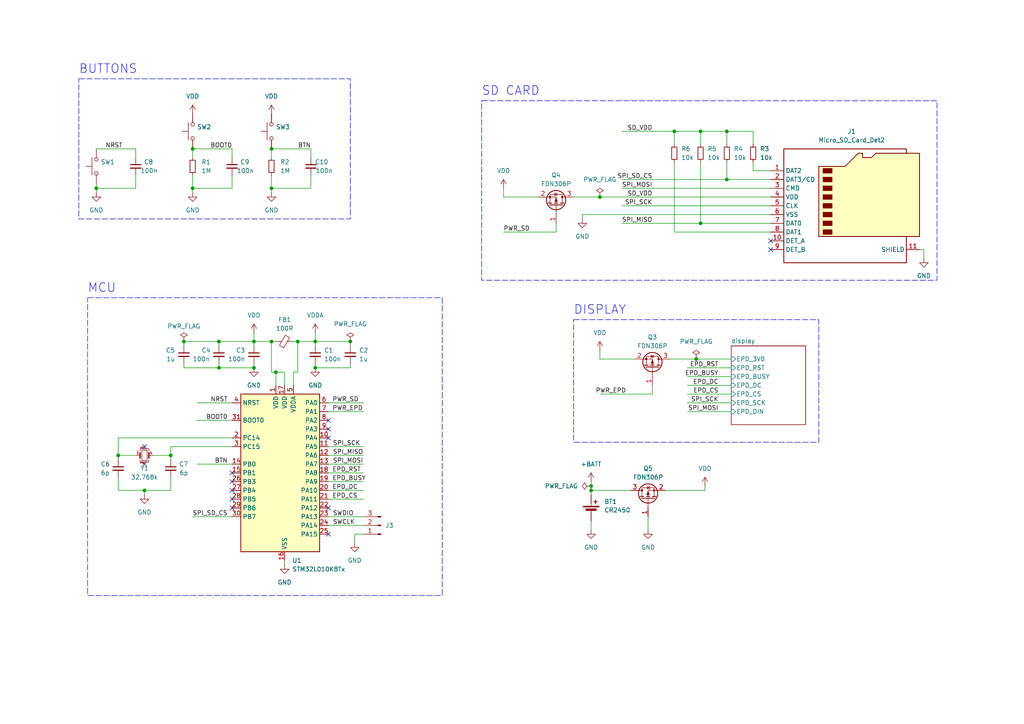
<source format=kicad_sch>
(kicad_sch (version 20230121) (generator eeschema)
  (paper "A4")
  (title_block (title "Photo Frame - Main") (date "2023-11-01") (company "Ricardo Falcão"))
  (lib_symbols
    (symbol "Connector:Conn_01x03_Pin" (pin_names (offset 1.016) hide)
      (property "Reference" "J" (at 0 5.08 0))
      (property "Value" "Conn_01x03_Pin" (at 0 -5.08 0))
      (symbol "Conn_01x03_Pin_1_1"
        (polyline (pts (xy 1.27 -2.54) (xy 0.8636 -2.54)) (stroke (width 0.1524)))
        (polyline (pts (xy 1.27 0) (xy 0.8636 0)) (stroke (width 0.1524)))
        (polyline (pts (xy 1.27 2.54) (xy 0.8636 2.54)) (stroke (width 0.1524)))
        (rectangle (start 0.8636 -2.413) (end 0 -2.667) (stroke (width 0.1524)) (fill (type outline)))
        (rectangle (start 0.8636 0.127) (end 0 -0.127) (stroke (width 0.1524)) (fill (type outline)))
        (rectangle (start 0.8636 2.667) (end 0 2.413) (stroke (width 0.1524)) (fill (type outline)))
        (pin passive line (at 5.08 2.54 180) (length 3.81) (name "Pin_1") (number "1"))
        (pin passive line (at 5.08 0 180) (length 3.81) (name "Pin_2") (number "2"))
        (pin passive line (at 5.08 -2.54 180) (length 3.81) (name "Pin_3") (number "3"))
      )
    )
    (symbol "Connector:Micro_SD_Card_Det2"
      (property "Reference" "J" (at -16.51 17.78 0))
      (property "Value" "Micro_SD_Card_Det2" (at 16.51 17.78 0))
      (symbol "Micro_SD_Card_Det2_0_1"
        (rectangle (start -7.62 -6.985) (end -5.08 -8.255) (stroke (width 0.254)) (fill (type outline)))
        (rectangle (start -7.62 -4.445) (end -5.08 -5.715) (stroke (width 0.254)) (fill (type outline)))
        (rectangle (start -7.62 -1.905) (end -5.08 -3.175) (stroke (width 0.254)) (fill (type outline)))
        (rectangle (start -7.62 0.635) (end -5.08 -0.635) (stroke (width 0.254)) (fill (type outline)))
        (rectangle (start -7.62 3.175) (end -5.08 1.905) (stroke (width 0.254)) (fill (type outline)))
        (rectangle (start -7.62 5.715) (end -5.08 4.445) (stroke (width 0.254)) (fill (type outline)))
        (rectangle (start -7.62 8.255) (end -5.08 6.985) (stroke (width 0.254)) (fill (type outline)))
        (rectangle (start -7.62 10.795) (end -5.08 9.525) (stroke (width 0.254)) (fill (type outline)))
        (polyline (pts (xy 16.51 15.24) (xy 16.51 16.51) (xy -19.05 16.51) (xy -19.05 -16.51) (xy 16.51 -16.51) (xy 16.51 -8.89)) (stroke (width 0.254)))
        (polyline (pts (xy -8.89 -8.89) (xy -8.89 11.43) (xy -1.27 11.43) (xy 2.54 15.24) (xy 3.81 15.24) (xy 3.81 13.97) (xy 6.35 13.97) (xy 7.62 15.24) (xy 20.32 15.24) (xy 20.32 -8.89) (xy -8.89 -8.89)) (stroke (width 0.254)) (fill (type background)))
      )
      (symbol "Micro_SD_Card_Det2_1_1"
        (pin bidirectional line (at -22.86 10.16 0) (length 3.81) (name "DAT2") (number "1"))
        (pin passive line (at -22.86 -10.16 0) (length 3.81) (name "DET_A") (number "10"))
        (pin passive line (at 20.32 -12.7 180) (length 3.81) (name "SHIELD") (number "11"))
        (pin bidirectional line (at -22.86 7.62 0) (length 3.81) (name "DAT3/CD") (number "2"))
        (pin input line (at -22.86 5.08 0) (length 3.81) (name "CMD") (number "3"))
        (pin power_in line (at -22.86 2.54 0) (length 3.81) (name "VDD") (number "4"))
        (pin input line (at -22.86 0 0) (length 3.81) (name "CLK") (number "5"))
        (pin power_in line (at -22.86 -2.54 0) (length 3.81) (name "VSS") (number "6"))
        (pin bidirectional line (at -22.86 -5.08 0) (length 3.81) (name "DAT0") (number "7"))
        (pin bidirectional line (at -22.86 -7.62 0) (length 3.81) (name "DAT1") (number "8"))
        (pin passive line (at -22.86 -12.7 0) (length 3.81) (name "DET_B") (number "9"))
      )
    )
    (symbol "Device:Battery_Cell" (pin_numbers hide) (pin_names (offset 0) hide)
      (property "Reference" "BT" (at 2.54 2.54 0))
      (property "Value" "Battery_Cell" (at 2.54 0 0))
      (symbol "Battery_Cell_0_1"
        (rectangle (start -2.286 1.778) (end 2.286 1.524) (fill (type outline)))
        (rectangle (start -1.524 1.016) (end 1.524 0.508) (fill (type outline)))
        (polyline (pts (xy 0 0.762) (xy 0 0)))
        (polyline (pts (xy 0 1.778) (xy 0 2.54)))
        (polyline (pts (xy 0.762 3.048) (xy 1.778 3.048)) (stroke (width 0.254)))
        (polyline (pts (xy 1.27 3.556) (xy 1.27 2.54)) (stroke (width 0.254)))
      )
      (symbol "Battery_Cell_1_1"
        (pin passive line (at 0 5.08 270) (length 2.54) (name "+") (number "1"))
        (pin passive line (at 0 -2.54 90) (length 2.54) (name "-") (number "2"))
      )
    )
    (symbol "Device:C_Small" (pin_numbers hide) (pin_names (offset 0.254) hide)
      (property "Reference" "C" (at 0.254 1.778 0))
      (property "Value" "C_Small" (at 0.254 -2.032 0))
      (symbol "C_Small_0_1"
        (polyline (pts (xy -1.524 -0.508) (xy 1.524 -0.508)) (stroke (width 0.3302)))
        (polyline (pts (xy -1.524 0.508) (xy 1.524 0.508)) (stroke (width 0.3048)))
      )
      (symbol "C_Small_1_1"
        (pin passive line (at 0 2.54 270) (length 2.032) (name "~") (number "1"))
        (pin passive line (at 0 -2.54 90) (length 2.032) (name "~") (number "2"))
      )
    )
    (symbol "Device:Crystal_GND23_Small" (pin_names (offset 1.016) hide)
      (property "Reference" "Y" (at 1.27 4.445 0))
      (property "Value" "Crystal_GND23_Small" (at 1.27 2.54 0))
      (symbol "Crystal_GND23_Small_0_1"
        (rectangle (start -0.762 -1.524) (end 0.762 1.524))
        (polyline (pts (xy -1.27 -0.762) (xy -1.27 0.762)) (stroke (width 0.381)))
        (polyline (pts (xy 1.27 -0.762) (xy 1.27 0.762)) (stroke (width 0.381)))
        (polyline (pts (xy -1.27 -1.27) (xy -1.27 -1.905) (xy 1.27 -1.905) (xy 1.27 -1.27)))
        (polyline (pts (xy -1.27 1.27) (xy -1.27 1.905) (xy 1.27 1.905) (xy 1.27 1.27)))
      )
      (symbol "Crystal_GND23_Small_1_1"
        (pin passive line (at -2.54 0 0) (length 1.27) (name "1") (number "1"))
        (pin passive line (at 0 -2.54 90) (length 0.635) (name "2") (number "2"))
        (pin passive line (at 0 2.54 270) (length 0.635) (name "3") (number "3"))
        (pin passive line (at 2.54 0 180) (length 1.27) (name "4") (number "4"))
      )
    )
    (symbol "Device:FerriteBead_Small" (pin_numbers hide) (pin_names (offset 0))
      (property "Reference" "FB" (at 1.905 1.27 0))
      (property "Value" "FerriteBead_Small" (at 1.905 -1.27 0))
      (symbol "FerriteBead_Small_0_1"
        (polyline (pts (xy 0 -1.27) (xy 0 -0.7874)))
        (polyline (pts (xy 0 0.889) (xy 0 1.2954)))
        (polyline (pts (xy -1.8288 0.2794) (xy -1.1176 1.4986) (xy 1.8288 -0.2032) (xy 1.1176 -1.4224) (xy -1.8288 0.2794)))
      )
      (symbol "FerriteBead_Small_1_1"
        (pin passive line (at 0 2.54 270) (length 1.27) (name "~") (number "1"))
        (pin passive line (at 0 -2.54 90) (length 1.27) (name "~") (number "2"))
      )
    )
    (symbol "Device:Q_PMOS_GSD" (pin_names (offset 0) hide)
      (property "Reference" "Q" (at 5.08 1.27 0))
      (property "Value" "Q_PMOS_GSD" (at 5.08 -1.27 0))
      (symbol "Q_PMOS_GSD_0_1"
        (polyline (pts (xy 0.254 0) (xy -2.54 0)))
        (polyline (pts (xy 0.254 1.905) (xy 0.254 -1.905)) (stroke (width 0.254)))
        (polyline (pts (xy 0.762 -1.27) (xy 0.762 -2.286)) (stroke (width 0.254)))
        (polyline (pts (xy 0.762 0.508) (xy 0.762 -0.508)) (stroke (width 0.254)))
        (polyline (pts (xy 0.762 2.286) (xy 0.762 1.27)) (stroke (width 0.254)))
        (polyline (pts (xy 2.54 2.54) (xy 2.54 1.778)))
        (polyline (pts (xy 2.54 -2.54) (xy 2.54 0) (xy 0.762 0)))
        (polyline (pts (xy 0.762 1.778) (xy 3.302 1.778) (xy 3.302 -1.778) (xy 0.762 -1.778)))
        (polyline (pts (xy 2.286 0) (xy 1.27 0.381) (xy 1.27 -0.381) (xy 2.286 0)) (fill (type outline)))
        (polyline (pts (xy 2.794 -0.508) (xy 2.921 -0.381) (xy 3.683 -0.381) (xy 3.81 -0.254)))
        (polyline (pts (xy 3.302 -0.381) (xy 2.921 0.254) (xy 3.683 0.254) (xy 3.302 -0.381)))
        (circle (center 1.651 0) (radius 2.794) (stroke (width 0.254)))
        (circle (center 2.54 -1.778) (radius 0.254) (fill (type outline)))
        (circle (center 2.54 1.778) (radius 0.254) (fill (type outline)))
      )
      (symbol "Q_PMOS_GSD_1_1"
        (pin input line (at -5.08 0 0) (length 2.54) (name "G") (number "1"))
        (pin passive line (at 2.54 -5.08 90) (length 2.54) (name "S") (number "2"))
        (pin passive line (at 2.54 5.08 270) (length 2.54) (name "D") (number "3"))
      )
    )
    (symbol "Device:R_Small" (pin_numbers hide) (pin_names (offset 0.254) hide)
      (property "Reference" "R" (at 0.762 0.508 0))
      (property "Value" "R_Small" (at 0.762 -1.016 0))
      (symbol "R_Small_0_1"
        (rectangle (start -0.762 1.778) (end 0.762 -1.778) (stroke (width 0.2032)))
      )
      (symbol "R_Small_1_1"
        (pin passive line (at 0 2.54 270) (length 0.762) (name "~") (number "1"))
        (pin passive line (at 0 -2.54 90) (length 0.762) (name "~") (number "2"))
      )
    )
    (symbol "MCU_ST_STM32L0:STM32L010K8Tx"
      (property "Reference" "U" (at -10.16 24.13 0))
      (property "Value" "STM32L010K8Tx" (at 7.62 24.13 0))
      (symbol "STM32L010K8Tx_0_1"
        (rectangle (start -10.16 -22.86) (end 12.7 22.86) (stroke (width 0.254)) (fill (type background)))
      )
      (symbol "STM32L010K8Tx_1_1"
        (pin power_in line (at 0 25.4 270) (length 2.54) (name "VDD") (number "1"))
        (pin bidirectional line (at 15.24 10.16 180) (length 2.54) (name "PA4") (number "10"))
        (pin bidirectional line (at 15.24 7.62 180) (length 2.54) (name "PA5") (number "11"))
        (pin bidirectional line (at 15.24 5.08 180) (length 2.54) (name "PA6") (number "12"))
        (pin bidirectional line (at 15.24 2.54 180) (length 2.54) (name "PA7") (number "13"))
        (pin bidirectional line (at -12.7 2.54 0) (length 2.54) (name "PB0") (number "14"))
        (pin bidirectional line (at -12.7 0 0) (length 2.54) (name "PB1") (number "15"))
        (pin power_in line (at 2.54 -25.4 90) (length 2.54) (name "VSS") (number "16"))
        (pin power_in line (at 2.54 25.4 270) (length 2.54) (name "VDD") (number "17"))
        (pin bidirectional line (at 15.24 0 180) (length 2.54) (name "PA8") (number "18"))
        (pin bidirectional line (at 15.24 -2.54 180) (length 2.54) (name "PA9") (number "19"))
        (pin bidirectional line (at -12.7 10.16 0) (length 2.54) (name "PC14") (number "2"))
        (pin bidirectional line (at 15.24 -5.08 180) (length 2.54) (name "PA10") (number "20"))
        (pin bidirectional line (at 15.24 -7.62 180) (length 2.54) (name "PA11") (number "21"))
        (pin bidirectional line (at 15.24 -10.16 180) (length 2.54) (name "PA12") (number "22"))
        (pin bidirectional line (at 15.24 -12.7 180) (length 2.54) (name "PA13") (number "23"))
        (pin bidirectional line (at 15.24 -15.24 180) (length 2.54) (name "PA14") (number "24"))
        (pin bidirectional line (at 15.24 -17.78 180) (length 2.54) (name "PA15") (number "25"))
        (pin bidirectional line (at -12.7 -2.54 0) (length 2.54) (name "PB3") (number "26"))
        (pin bidirectional line (at -12.7 -5.08 0) (length 2.54) (name "PB4") (number "27"))
        (pin bidirectional line (at -12.7 -7.62 0) (length 2.54) (name "PB5") (number "28"))
        (pin bidirectional line (at -12.7 -10.16 0) (length 2.54) (name "PB6") (number "29"))
        (pin bidirectional line (at -12.7 7.62 0) (length 2.54) (name "PC15") (number "3"))
        (pin bidirectional line (at -12.7 -12.7 0) (length 2.54) (name "PB7") (number "30"))
        (pin input line (at -12.7 15.24 0) (length 2.54) (name "BOOT0") (number "31"))
        (pin passive line (at 2.54 -25.4 90) (length 2.54) hide (name "VSS") (number "32"))
        (pin input line (at -12.7 20.32 0) (length 2.54) (name "NRST") (number "4"))
        (pin power_in line (at 5.08 25.4 270) (length 2.54) (name "VDDA") (number "5"))
        (pin bidirectional line (at 15.24 20.32 180) (length 2.54) (name "PA0") (number "6"))
        (pin bidirectional line (at 15.24 17.78 180) (length 2.54) (name "PA1") (number "7"))
        (pin bidirectional line (at 15.24 15.24 180) (length 2.54) (name "PA2") (number "8"))
        (pin bidirectional line (at 15.24 12.7 180) (length 2.54) (name "PA3") (number "9"))
      )
    )
    (symbol "Switch:SW_Push" (pin_numbers hide) (pin_names (offset 1.016) hide)
      (property "Reference" "SW" (at 1.27 2.54 0))
      (property "Value" "SW_Push" (at 0 -1.524 0))
      (symbol "SW_Push_0_1"
        (circle (center -2.032 0) (radius 0.508))
        (polyline (pts (xy 0 1.27) (xy 0 3.048)))
        (polyline (pts (xy 2.54 1.27) (xy -2.54 1.27)))
        (circle (center 2.032 0) (radius 0.508))
        (pin passive line (at -5.08 0 0) (length 2.54) (name "1") (number "1"))
        (pin passive line (at 5.08 0 180) (length 2.54) (name "2") (number "2"))
      )
    )
    (symbol "power:+BATT" (power) (pin_names (offset 0))
      (property "Value" "+BATT" (at 0 3.556 0))
      (symbol "+BATT_0_1"
        (polyline (pts (xy -0.762 1.27) (xy 0 2.54)))
        (polyline (pts (xy 0 0) (xy 0 2.54)))
        (polyline (pts (xy 0 2.54) (xy 0.762 1.27)))
      )
      (symbol "+BATT_1_1"
        (pin power_in line (at 0 0 90) (length 0) hide (name "+BATT") (number "1"))
      )
    )
    (symbol "power:GND" (power) (pin_names (offset 0))
      (property "Value" "GND" (at 0 -3.81 0))
      (symbol "GND_0_1"
        (polyline (pts (xy 0 0) (xy 0 -1.27) (xy 1.27 -1.27) (xy 0 -2.54) (xy -1.27 -1.27) (xy 0 -1.27)))
      )
      (symbol "GND_1_1"
        (pin power_in line (at 0 0 270) (length 0) hide (name "GND") (number "1"))
      )
    )
    (symbol "power:PWR_FLAG" (power) (pin_numbers hide) (pin_names (offset 0) hide)
      (property "Value" "PWR_FLAG" (at 0 3.81 0))
      (symbol "PWR_FLAG_0_0"
        (pin power_out line (at 0 0 90) (length 0) (name "pwr") (number "1"))
      )
      (symbol "PWR_FLAG_0_1"
        (polyline (pts (xy 0 0) (xy 0 1.27) (xy -1.016 1.905) (xy 0 2.54) (xy 1.016 1.905) (xy 0 1.27)))
      )
    )
    (symbol "power:VDD" (power) (pin_names (offset 0))
      (property "Value" "VDD" (at 0 3.81 0))
      (symbol "VDD_0_1"
        (polyline (pts (xy -0.762 1.27) (xy 0 2.54)))
        (polyline (pts (xy 0 0) (xy 0 2.54)))
        (polyline (pts (xy 0 2.54) (xy 0.762 1.27)))
      )
      (symbol "VDD_1_1"
        (pin power_in line (at 0 0 90) (length 0) hide (name "VDD") (number "1"))
      )
    )
    (symbol "power:VDDA" (power) (pin_names (offset 0))
      (property "Value" "VDDA" (at 0 3.81 0))
      (symbol "VDDA_0_1"
        (polyline (pts (xy -0.762 1.27) (xy 0 2.54)))
        (polyline (pts (xy 0 0) (xy 0 2.54)))
        (polyline (pts (xy 0 2.54) (xy 0.762 1.27)))
      )
      (symbol "VDDA_1_1"
        (pin power_in line (at 0 0 90) (length 0) hide (name "VDDA") (number "1"))
      )
    )
  )
  (junction (at 203.2 38.1))
  (junction (at 27.94 54.61))
  (junction (at 171.45 140.97))
  (junction (at 78.74 54.61))
  (junction (at 91.44 99.06))
  (junction (at 203.2 64.77))
  (junction (at 80.01 107.95))
  (junction (at 195.58 38.1))
  (junction (at 78.74 43.18))
  (junction (at 49.53 132.08))
  (junction (at 73.66 99.06))
  (junction (at 78.74 99.06))
  (junction (at 210.82 52.07))
  (junction (at 73.66 106.68))
  (junction (at 171.45 142.24))
  (junction (at 210.82 38.1))
  (junction (at 55.88 54.61))
  (junction (at 41.91 142.24))
  (junction (at 63.5 106.68))
  (junction (at 173.99 57.15))
  (junction (at 34.29 132.08))
  (junction (at 201.93 104.14))
  (junction (at 86.36 99.06))
  (junction (at 63.5 99.06))
  (junction (at 55.88 43.18))
  (junction (at 91.44 106.68))
  (junction (at 101.6 99.06))
  (junction (at 53.34 99.06))
  (no_connect (at 223.52 72.39))
  (no_connect (at 67.31 139.7))
  (no_connect (at 95.25 127))
  (no_connect (at 67.31 147.32))
  (no_connect (at 41.91 129.54))
  (no_connect (at 95.25 154.94))
  (no_connect (at 67.31 144.78))
  (no_connect (at 95.25 147.32))
  (no_connect (at 67.31 142.24))
  (no_connect (at 95.25 121.92))
  (no_connect (at 223.52 69.85))
  (no_connect (at 41.91 134.62))
  (no_connect (at 95.25 124.46))
  (no_connect (at 67.31 137.16))
  (wire (pts (xy 34.29 127) (xy 67.31 127)))
  (wire (pts (xy 223.52 49.53) (xy 218.44 49.53)))
  (wire (pts (xy 55.88 149.86) (xy 67.31 149.86)))
  (wire (pts (xy 85.09 107.95) (xy 85.09 111.76)))
  (wire (pts (xy 49.53 132.08) (xy 44.45 132.08)))
  (wire (pts (xy 101.6 99.06) (xy 101.6 100.33)))
  (wire (pts (xy 78.74 50.8) (xy 78.74 54.61)))
  (wire (pts (xy 55.88 54.61) (xy 67.31 54.61)))
  (wire (pts (xy 80.01 111.76) (xy 80.01 107.95)))
  (wire (pts (xy 173.99 104.14) (xy 184.15 104.14)))
  (wire (pts (xy 203.2 38.1) (xy 210.82 38.1)))
  (wire (pts (xy 95.25 116.84) (xy 105.41 116.84)))
  (wire (pts (xy 95.25 119.38) (xy 105.41 119.38)))
  (wire (pts (xy 199.39 119.38) (xy 212.09 119.38)))
  (wire (pts (xy 102.87 154.94) (xy 102.87 157.48)))
  (wire (pts (xy 63.5 106.68) (xy 53.34 106.68)))
  (wire (pts (xy 78.74 55.88) (xy 78.74 54.61)))
  (wire (pts (xy 218.44 49.53) (xy 218.44 46.99)))
  (wire (pts (xy 168.91 63.5) (xy 168.91 62.23)))
  (wire (pts (xy 34.29 132.08) (xy 34.29 133.35)))
  (wire (pts (xy 34.29 142.24) (xy 34.29 138.43)))
  (wire (pts (xy 73.66 99.06) (xy 78.74 99.06)))
  (wire (pts (xy 173.99 101.6) (xy 173.99 104.14)))
  (wire (pts (xy 63.5 105.41) (xy 63.5 106.68)))
  (wire (pts (xy 195.58 38.1) (xy 203.2 38.1)))
  (wire (pts (xy 34.29 132.08) (xy 39.37 132.08)))
  (wire (pts (xy 171.45 139.7) (xy 171.45 140.97)))
  (wire (pts (xy 95.25 149.86) (xy 105.41 149.86)))
  (wire (pts (xy 95.25 132.08) (xy 105.41 132.08)))
  (wire (pts (xy 91.44 99.06) (xy 101.6 99.06)))
  (wire (pts (xy 146.05 57.15) (xy 156.21 57.15)))
  (wire (pts (xy 146.05 54.61) (xy 146.05 57.15)))
  (wire (pts (xy 194.31 104.14) (xy 201.93 104.14)))
  (wire (pts (xy 171.45 153.67) (xy 171.45 151.13)))
  (wire (pts (xy 95.25 142.24) (xy 105.41 142.24)))
  (wire (pts (xy 166.37 57.15) (xy 173.99 57.15)))
  (wire (pts (xy 91.44 105.41) (xy 91.44 106.68)))
  (wire (pts (xy 27.94 54.61) (xy 39.37 54.61)))
  (wire (pts (xy 41.91 143.51) (xy 41.91 142.24)))
  (wire (pts (xy 168.91 62.23) (xy 223.52 62.23)))
  (wire (pts (xy 171.45 142.24) (xy 171.45 143.51)))
  (wire (pts (xy 204.47 140.97) (xy 204.47 142.24)))
  (wire (pts (xy 78.74 107.95) (xy 80.01 107.95)))
  (wire (pts (xy 27.94 55.88) (xy 27.94 54.61)))
  (wire (pts (xy 78.74 43.18) (xy 90.17 43.18)))
  (wire (pts (xy 73.66 100.33) (xy 73.66 99.06)))
  (wire (pts (xy 95.25 134.62) (xy 105.41 134.62)))
  (wire (pts (xy 210.82 52.07) (xy 223.52 52.07)))
  (wire (pts (xy 95.25 139.7) (xy 105.41 139.7)))
  (wire (pts (xy 34.29 127) (xy 34.29 132.08)))
  (wire (pts (xy 55.88 55.88) (xy 55.88 54.61)))
  (wire (pts (xy 73.66 106.68) (xy 63.5 106.68)))
  (wire (pts (xy 195.58 38.1) (xy 195.58 41.91)))
  (wire (pts (xy 95.25 129.54) (xy 105.41 129.54)))
  (wire (pts (xy 78.74 99.06) (xy 80.01 99.06)))
  (wire (pts (xy 73.66 105.41) (xy 73.66 106.68)))
  (wire (pts (xy 223.52 67.31) (xy 195.58 67.31)))
  (wire (pts (xy 78.74 99.06) (xy 78.74 107.95)))
  (wire (pts (xy 199.39 116.84) (xy 212.09 116.84)))
  (wire (pts (xy 203.2 46.99) (xy 203.2 64.77)))
  (wire (pts (xy 101.6 105.41) (xy 101.6 106.68)))
  (wire (pts (xy 39.37 50.8) (xy 39.37 54.61)))
  (wire (pts (xy 146.05 67.31) (xy 161.29 67.31)))
  (wire (pts (xy 210.82 38.1) (xy 218.44 38.1)))
  (wire (pts (xy 180.34 54.61) (xy 223.52 54.61)))
  (wire (pts (xy 180.34 52.07) (xy 210.82 52.07)))
  (wire (pts (xy 67.31 116.84) (xy 57.15 116.84)))
  (wire (pts (xy 173.99 57.15) (xy 223.52 57.15)))
  (wire (pts (xy 189.23 111.76) (xy 189.23 114.3)))
  (wire (pts (xy 86.36 99.06) (xy 85.09 99.06)))
  (wire (pts (xy 218.44 38.1) (xy 218.44 41.91)))
  (wire (pts (xy 161.29 64.77) (xy 161.29 67.31)))
  (wire (pts (xy 180.34 64.77) (xy 203.2 64.77)))
  (wire (pts (xy 86.36 99.06) (xy 91.44 99.06)))
  (wire (pts (xy 67.31 45.72) (xy 67.31 43.18)))
  (wire (pts (xy 187.96 149.86) (xy 187.96 153.67)))
  (wire (pts (xy 41.91 142.24) (xy 34.29 142.24)))
  (wire (pts (xy 180.34 38.1) (xy 195.58 38.1)))
  (wire (pts (xy 55.88 45.72) (xy 55.88 43.18)))
  (wire (pts (xy 210.82 46.99) (xy 210.82 52.07)))
  (wire (pts (xy 199.39 106.68) (xy 212.09 106.68)))
  (wire (pts (xy 91.44 106.68) (xy 101.6 106.68)))
  (wire (pts (xy 78.74 54.61) (xy 90.17 54.61)))
  (wire (pts (xy 171.45 142.24) (xy 182.88 142.24)))
  (wire (pts (xy 78.74 45.72) (xy 78.74 43.18)))
  (wire (pts (xy 53.34 99.06) (xy 53.34 100.33)))
  (wire (pts (xy 91.44 100.33) (xy 91.44 99.06)))
  (wire (pts (xy 49.53 133.35) (xy 49.53 132.08)))
  (wire (pts (xy 267.97 72.39) (xy 267.97 74.93)))
  (wire (pts (xy 195.58 67.31) (xy 195.58 46.99)))
  (wire (pts (xy 55.88 50.8) (xy 55.88 54.61)))
  (wire (pts (xy 203.2 64.77) (xy 223.52 64.77)))
  (wire (pts (xy 49.53 129.54) (xy 67.31 129.54)))
  (wire (pts (xy 95.25 144.78) (xy 105.41 144.78)))
  (wire (pts (xy 199.39 109.22) (xy 212.09 109.22)))
  (wire (pts (xy 90.17 45.72) (xy 90.17 43.18)))
  (wire (pts (xy 90.17 50.8) (xy 90.17 54.61)))
  (wire (pts (xy 49.53 129.54) (xy 49.53 132.08)))
  (wire (pts (xy 95.25 152.4) (xy 105.41 152.4)))
  (wire (pts (xy 67.31 50.8) (xy 67.31 54.61)))
  (wire (pts (xy 67.31 121.92) (xy 57.15 121.92)))
  (wire (pts (xy 73.66 96.52) (xy 73.66 99.06)))
  (wire (pts (xy 53.34 105.41) (xy 53.34 106.68)))
  (wire (pts (xy 27.94 54.61) (xy 27.94 53.34)))
  (wire (pts (xy 86.36 99.06) (xy 86.36 107.95)))
  (wire (pts (xy 49.53 138.43) (xy 49.53 142.24)))
  (wire (pts (xy 82.55 163.83) (xy 82.55 162.56)))
  (wire (pts (xy 267.97 72.39) (xy 266.7 72.39)))
  (wire (pts (xy 171.45 140.97) (xy 171.45 142.24)))
  (wire (pts (xy 86.36 107.95) (xy 85.09 107.95)))
  (wire (pts (xy 63.5 99.06) (xy 63.5 100.33)))
  (wire (pts (xy 203.2 38.1) (xy 203.2 41.91)))
  (wire (pts (xy 204.47 142.24) (xy 193.04 142.24)))
  (wire (pts (xy 82.55 107.95) (xy 82.55 111.76)))
  (wire (pts (xy 173.99 114.3) (xy 189.23 114.3)))
  (wire (pts (xy 105.41 154.94) (xy 102.87 154.94)))
  (wire (pts (xy 27.94 43.18) (xy 39.37 43.18)))
  (wire (pts (xy 55.88 43.18) (xy 67.31 43.18)))
  (wire (pts (xy 80.01 107.95) (xy 82.55 107.95)))
  (wire (pts (xy 39.37 45.72) (xy 39.37 43.18)))
  (wire (pts (xy 199.39 114.3) (xy 212.09 114.3)))
  (wire (pts (xy 201.93 104.14) (xy 212.09 104.14)))
  (wire (pts (xy 63.5 99.06) (xy 53.34 99.06)))
  (wire (pts (xy 95.25 137.16) (xy 105.41 137.16)))
  (wire (pts (xy 210.82 38.1) (xy 210.82 41.91)))
  (wire (pts (xy 91.44 96.52) (xy 91.44 99.06)))
  (wire (pts (xy 41.91 142.24) (xy 49.53 142.24)))
  (wire (pts (xy 180.34 59.69) (xy 223.52 59.69)))
  (wire (pts (xy 67.31 134.62) (xy 57.15 134.62)))
  (wire (pts (xy 73.66 99.06) (xy 63.5 99.06)))
  (wire (pts (xy 199.39 111.76) (xy 212.09 111.76)))
  (rectangle (start 139.7 29.21) (end 271.78 81.28) (stroke (width 0) (type dash)))
  (rectangle (start 166.37 92.71) (end 237.49 128.27) (stroke (width 0) (type dash)))
  (rectangle (start 22.86 22.86) (end 101.6 63.5) (stroke (width 0) (type dash)))
  (rectangle (start 25.4 86.36) (end 128.27 172.72) (stroke (width 0) (type dash)))
  (text "BUTTONS" (at 22.86 21.59 0) (effects (font (size 2.54 2.54)) (justify left bottom)))
  (text "SD CARD" (at 139.7 27.94 0) (effects (font (size 2.54 2.54)) (justify left bottom)))
  (text "MCU" (at 25.4 85.09 0) (effects (font (size 2.54 2.54)) (justify left bottom)))
  (text "DISPLAY" (at 166.37 91.44 0) (effects (font (size 2.54 2.54)) (justify left bottom)))
  (label "EPD_DC" (at 208.4092 111.76 180))
  (label "BOOT0" (at 66.04 121.92 180))
  (label "SD_VDD" (at 189.23 38.1 180))
  (label "SPI_MISO" (at 189.23 64.77 180))
  (label "EPD_BUSY" (at 96.3908 139.7 0))
  (label "PWR_SD" (at 153.67 67.31 180))
  (label "PWR_SD" (at 96.3908 116.84 0))
  (label "EPD_RST" (at 208.4092 106.68 180))
  (label "NRST" (at 35.56 43.18 180))
  (label "BTN" (at 90.17 43.18 180))
  (label "EPD_CS" (at 208.4092 114.3 180))
  (label "SPI_SCK" (at 208.4092 116.84 180))
  (label "SWCLK" (at 96.52 152.4 0))
  (label "SPI_MISO" (at 96.52 132.08 0))
  (label "PWR_EPD" (at 181.61 114.3 180))
  (label "BOOT0" (at 67.31 43.18 180))
  (label "SWDIO" (at 96.52 149.86 0))
  (label "EPD_DC" (at 96.3908 142.24 0))
  (label "SPI_SD_CS" (at 189.23 52.07 180))
  (label "SPI_SCK" (at 189.23 59.69 180))
  (label "SPI_MOSI" (at 208.4092 119.38 180))
  (label "NRST" (at 66.04 116.84 180))
  (label "SPI_SD_CS" (at 66.04 149.86 180))
  (label "SD_VDD" (at 189.23 57.15 180))
  (label "SPI_MOSI" (at 189.23 54.61 180))
  (label "EPD_BUSY" (at 208.4092 109.22 180))
  (label "BTN" (at 66.04 134.62 180))
  (label "SPI_MOSI" (at 96.52 134.62 0))
  (label "PWR_EPD" (at 96.3908 119.38 0))
  (label "EPD_RST" (at 96.3908 137.16 0))
  (label "EPD_CS" (at 96.3908 144.78 0))
  (label "SPI_SCK" (at 96.52 129.54 0))
  (symbol (lib_id "power:GND") (at 27.94 55.88 0) (unit 1)
    (property "Reference" "#PWR07" (effects hide))
    (property "Value" "GND" (at 27.94 60.96 0))
  )
  (symbol (lib_id "Connector:Conn_01x03_Pin") (at 110.49 152.4 180) (unit 1)
    (property "Reference" "J3" (at 111.76 152.4 0) (effects (justify right)))
    (property "Value" "Conn_01x03_Pin" (effects hide))
    (property "Footprint" "Connector_PinSocket_2.54mm:PinSocket_1x03_P2.54mm_Vertical" (effects hide))
  )
  (symbol (lib_id "Connector:Micro_SD_Card_Det2") (at 246.38 59.69 0) (unit 1)
    (property "Reference" "J1" (at 247.015 38.1 0))
    (property "Value" "Micro_SD_Card_Det2" (at 247.015 40.64 0))
    (property "Footprint" "photo_frame:TFP09-2-12B" (effects hide))
  )
  (symbol (lib_id "power:GND") (at 78.74 55.88 0) (unit 1)
    (property "Reference" "#PWR011" (effects hide))
    (property "Value" "GND" (at 78.74 60.96 0))
  )
  (symbol (lib_id "power:PWR_FLAG") (at 53.34 99.06 0) (unit 1)
    (property "Reference" "#FLG01" (effects hide))
    (property "Value" "PWR_FLAG" (at 53.34 94.615 0))
  )
  (symbol (lib_id "power:PWR_FLAG") (at 101.6 99.06 0) (unit 1)
    (property "Reference" "#FLG04" (effects hide))
    (property "Value" "PWR_FLAG" (at 101.6 93.98 0))
  )
  (symbol (lib_id "MCU_ST_STM32L0:STM32L010K8Tx") (at 80.01 137.16 0) (unit 1)
    (property "Reference" "U1" (at 84.7441 162.56 0) (effects (justify left)))
    (property "Value" "STM32L010K8Tx" (at 84.7441 165.1 0) (effects (justify left)))
    (property "Footprint" "Package_QFP:LQFP-32_7x7mm_P0.8mm" (effects hide))
    (property "Datasheet" "https://www.st.com/resource/en/datasheet/stm32l010k8.pdf" (effects hide))
  )
  (symbol (lib_id "Device:Battery_Cell") (at 171.45 148.59 0) (unit 1)
    (property "Reference" "BT1" (at 175.26 145.4785 0) (effects (justify left)))
    (property "Value" "CR2450" (at 175.26 147.955 0) (effects (justify left)))
    (property "Footprint" "photo_frame:BAT_BK-877" (effects hide))
  )
  (symbol (lib_id "power:GND") (at 73.66 106.68 0) (mirror y) (unit 1)
    (property "Reference" "#PWR04" (effects hide))
    (property "Value" "GND" (at 73.66 111.76 0))
  )
  (symbol (lib_id "Device:R_Small") (at 218.44 44.45 180) (unit 1)
    (property "Reference" "R3" (at 220.4229 43.18 0) (effects (justify right)))
    (property "Value" "10k" (at 220.4229 45.72 0) (effects (justify right)))
    (property "Footprint" "Resistor_SMD:R_0603_1608Metric" (effects hide))
  )
  (symbol (lib_id "power:GND") (at 82.55 163.83 0) (unit 1)
    (property "Reference" "#PWR06" (effects hide))
    (property "Value" "GND" (at 82.55 168.91 0))
  )
  (symbol (lib_id "Device:C_Small") (at 73.66 102.87 0) (mirror y) (unit 1)
    (property "Reference" "C3" (at 71.12 101.6063 0) (effects (justify left)))
    (property "Value" "100n" (at 71.12 104.1463 0) (effects (justify left)))
    (property "Footprint" "Capacitor_SMD:C_0603_1608Metric" (effects hide))
  )
  (symbol (lib_id "power:VDD") (at 78.74 33.02 0) (unit 1)
    (property "Reference" "#PWR010" (effects hide))
    (property "Value" "VDD" (at 78.74 27.94 0))
  )
  (symbol (lib_id "Device:C_Small") (at 53.34 102.87 0) (mirror y) (unit 1)
    (property "Reference" "C5" (at 50.8 101.6063 0) (effects (justify left)))
    (property "Value" "1u" (at 50.8 104.1463 0) (effects (justify left)))
    (property "Footprint" "Capacitor_SMD:C_0603_1608Metric" (effects hide))
  )
  (symbol (lib_id "power:GND") (at 168.91 63.5 0) (unit 1)
    (property "Reference" "#PWR013" (effects hide))
    (property "Value" "GND" (at 168.91 68.58 0))
  )
  (symbol (lib_id "Device:C_Small") (at 101.6 102.87 0) (unit 1)
    (property "Reference" "C2" (at 104.14 101.6063 0) (effects (justify left)))
    (property "Value" "1u" (at 104.14 104.1463 0) (effects (justify left)))
    (property "Footprint" "Capacitor_SMD:C_0603_1608Metric" (effects hide))
  )
  (symbol (lib_id "Device:R_Small") (at 210.82 44.45 180) (unit 1)
    (property "Reference" "R4" (at 212.8029 43.18 0) (effects (justify right)))
    (property "Value" "10k" (at 212.8029 45.72 0) (effects (justify right)))
    (property "Footprint" "Resistor_SMD:R_0603_1608Metric" (effects hide))
  )
  (symbol (lib_id "Device:C_Small") (at 63.5 102.87 0) (mirror y) (unit 1)
    (property "Reference" "C4" (at 58.42 101.6 0) (effects (justify right)))
    (property "Value" "100n" (at 55.88 104.14 0) (effects (justify right)))
    (property "Footprint" "Capacitor_SMD:C_0603_1608Metric" (effects hide))
  )
  (symbol (lib_id "Device:Crystal_GND23_Small") (at 41.91 132.08 0) (unit 1)
    (property "Reference" "Y1" (at 41.91 135.89 0))
    (property "Value" "32.768k" (at 41.91 138.43 0))
    (property "Footprint" "Crystal:Crystal_SMD_Abracon_ABS25-4Pin_8.0x3.8mm" (effects hide))
  )
  (symbol (lib_id "power:GND") (at 171.45 153.67 0) (unit 1)
    (property "Reference" "#PWR019" (effects hide))
    (property "Value" "GND" (at 171.45 158.75 0))
  )
  (symbol (lib_id "Device:C_Small") (at 91.44 102.87 0) (unit 1)
    (property "Reference" "C1" (at 93.98 101.6063 0) (effects (justify left)))
    (property "Value" "100n" (at 93.98 104.1463 0) (effects (justify left)))
    (property "Footprint" "Capacitor_SMD:C_0603_1608Metric" (effects hide))
  )
  (symbol (lib_id "power:VDD") (at 146.05 54.61 0) (unit 1)
    (property "Reference" "#PWR014" (effects hide))
    (property "Value" "VDD" (at 146.05 49.53 0))
  )
  (symbol (lib_id "power:GND") (at 187.96 153.67 0) (unit 1)
    (property "Reference" "#PWR034" (effects hide))
    (property "Value" "GND" (at 187.96 158.75 0))
  )
  (symbol (lib_id "Switch:SW_Push") (at 27.94 48.26 90) (unit 1)
    (property "Reference" "SW1" (at 29.21 46.99 90) (effects (justify right)))
    (property "Value" "SW_Push" (effects hide))
    (property "Footprint" "Button_Switch_SMD:SW_SPST_EVQP2" (effects hide))
  )
  (symbol (lib_id "Device:C_Small") (at 34.29 135.89 0) (mirror y) (unit 1)
    (property "Reference" "C6" (at 29.21 134.62 0) (effects (justify right)))
    (property "Value" "6p" (at 29.21 137.16 0) (effects (justify right)))
    (property "Footprint" "Capacitor_SMD:C_0603_1608Metric" (effects hide))
  )
  (symbol (lib_id "Switch:SW_Push") (at 78.74 38.1 90) (unit 1)
    (property "Reference" "SW3" (at 80.01 36.83 90) (effects (justify right)))
    (property "Value" "SW_Push" (effects hide))
    (property "Footprint" "Button_Switch_SMD:SW_SPST_EVQP2" (effects hide))
  )
  (symbol (lib_id "Device:R_Small") (at 203.2 44.45 180) (unit 1)
    (property "Reference" "R5" (at 205.1829 43.18 0) (effects (justify right)))
    (property "Value" "10k" (at 205.1829 45.72 0) (effects (justify right)))
    (property "Footprint" "Resistor_SMD:R_0603_1608Metric" (effects hide))
  )
  (symbol (lib_id "power:GND") (at 267.97 74.93 0) (unit 1)
    (property "Reference" "#PWR012" (effects hide))
    (property "Value" "GND" (at 267.97 80.01 0))
  )
  (symbol (lib_id "Device:C_Small") (at 39.37 48.26 0) (unit 1)
    (property "Reference" "C8" (at 44.45 46.99 0) (effects (justify right)))
    (property "Value" "100n" (at 45.72 49.53 0) (effects (justify right)))
    (property "Footprint" "Capacitor_SMD:C_0603_1608Metric" (effects hide))
  )
  (symbol (lib_id "power:PWR_FLAG") (at 171.45 140.97 90) (unit 1)
    (property "Reference" "#FLG05" (effects hide))
    (property "Value" "PWR_FLAG" (at 167.64 140.97 90) (effects (justify left)))
  )
  (symbol (lib_id "Device:C_Small") (at 49.53 135.89 0) (unit 1)
    (property "Reference" "C7" (at 54.61 134.62 0) (effects (justify right)))
    (property "Value" "6p" (at 54.61 137.16 0) (effects (justify right)))
    (property "Footprint" "Capacitor_SMD:C_0603_1608Metric" (effects hide))
  )
  (symbol (lib_id "power:VDD") (at 173.99 101.6 0) (unit 1)
    (property "Reference" "#PWR030" (effects hide))
    (property "Value" "VDD" (at 173.99 96.52 0))
  )
  (symbol (lib_id "power:VDD") (at 55.88 33.02 0) (unit 1)
    (property "Reference" "#PWR09" (effects hide))
    (property "Value" "VDD" (at 55.88 27.94 0))
  )
  (symbol (lib_id "power:GND") (at 102.87 157.48 0) (unit 1)
    (property "Reference" "#PWR031" (effects hide))
    (property "Value" "GND" (at 102.87 162.56 0))
  )
  (symbol (lib_id "power:VDD") (at 204.47 140.97 0) (unit 1)
    (property "Reference" "#PWR020" (effects hide))
    (property "Value" "VDD" (at 204.47 135.89 0))
  )
  (symbol (lib_id "power:PWR_FLAG") (at 201.93 104.14 0) (unit 1)
    (property "Reference" "#FLG02" (effects hide))
    (property "Value" "PWR_FLAG" (at 201.93 99.06 0))
  )
  (symbol (lib_id "Device:C_Small") (at 90.17 48.26 0) (unit 1)
    (property "Reference" "C10" (at 95.25 46.99 0) (effects (justify right)))
    (property "Value" "100n" (at 96.52 49.53 0) (effects (justify right)))
    (property "Footprint" "Capacitor_SMD:C_0603_1608Metric" (effects hide))
  )
  (symbol (lib_id "Device:Q_PMOS_GSD") (at 161.29 59.69 270) (mirror x) (unit 1)
    (property "Reference" "Q4" (at 161.29 50.8 90))
    (property "Value" "FDN306P" (at 161.29 53.34 90))
    (property "Footprint" "Package_TO_SOT_SMD:SOT-23-3" (effects hide))
  )
  (symbol (lib_id "power:PWR_FLAG") (at 173.99 57.15 0) (unit 1)
    (property "Reference" "#FLG03" (effects hide))
    (property "Value" "PWR_FLAG" (at 173.99 52.07 0))
  )
  (symbol (lib_id "Device:Q_PMOS_GSD") (at 187.96 144.78 90) (unit 1)
    (property "Reference" "Q5" (at 187.96 135.89 90))
    (property "Value" "FDN306P" (at 187.96 138.43 90))
    (property "Footprint" "Package_TO_SOT_SMD:SOT-23-3" (effects hide))
  )
  (symbol (lib_id "power:GND") (at 41.91 143.51 0) (unit 1)
    (property "Reference" "#PWR05" (effects hide))
    (property "Value" "GND" (at 41.91 148.59 0))
  )
  (symbol (lib_id "power:VDDA") (at 91.44 96.52 0) (unit 1)
    (property "Reference" "#PWR02" (effects hide))
    (property "Value" "VDDA" (at 91.44 91.44 0))
  )
  (symbol (lib_id "power:GND") (at 91.44 106.68 0) (unit 1)
    (property "Reference" "#PWR03" (effects hide))
    (property "Value" "GND" (at 91.44 111.76 0))
  )
  (symbol (lib_id "Device:C_Small") (at 67.31 48.26 0) (unit 1)
    (property "Reference" "C9" (at 72.39 46.99 0) (effects (justify right)))
    (property "Value" "100n" (at 73.66 49.53 0) (effects (justify right)))
    (property "Footprint" "Capacitor_SMD:C_0603_1608Metric" (effects hide))
  )
  (symbol (lib_id "Switch:SW_Push") (at 55.88 38.1 90) (unit 1)
    (property "Reference" "SW2" (at 57.15 36.83 90) (effects (justify right)))
    (property "Value" "SW_Push" (effects hide))
    (property "Footprint" "Button_Switch_SMD:SW_SPST_EVQP2" (effects hide))
  )
  (symbol (lib_id "Device:R_Small") (at 195.58 44.45 180) (unit 1)
    (property "Reference" "R6" (at 197.5629 43.18 0) (effects (justify right)))
    (property "Value" "10k" (at 197.5629 45.72 0) (effects (justify right)))
    (property "Footprint" "Resistor_SMD:R_0603_1608Metric" (effects hide))
  )
  (symbol (lib_id "Device:R_Small") (at 78.74 48.26 180) (unit 1)
    (property "Reference" "R2" (at 81.28 46.99 0) (effects (justify right)))
    (property "Value" "1M" (at 81.28 49.53 0) (effects (justify right)))
    (property "Footprint" "Resistor_SMD:R_0603_1608Metric" (effects hide))
  )
  (symbol (lib_id "Device:Q_PMOS_GSD") (at 189.23 106.68 270) (mirror x) (unit 1)
    (property "Reference" "Q3" (at 189.23 97.79 90))
    (property "Value" "FDN306P" (at 189.23 100.33 90))
    (property "Footprint" "Package_TO_SOT_SMD:SOT-23-3" (effects hide))
  )
  (symbol (lib_id "power:+BATT") (at 171.45 139.7 0) (unit 1)
    (property "Reference" "#PWR032" (effects hide))
    (property "Value" "+BATT" (at 171.45 134.62 0))
  )
  (symbol (lib_id "power:GND") (at 55.88 55.88 0) (unit 1)
    (property "Reference" "#PWR08" (effects hide))
    (property "Value" "GND" (at 55.88 60.96 0))
  )
  (symbol (lib_id "power:VDD") (at 73.66 96.52 0) (unit 1)
    (property "Reference" "#PWR01" (effects hide))
    (property "Value" "VDD" (at 73.66 91.44 0))
  )
  (symbol (lib_id "Device:R_Small") (at 55.88 48.26 180) (unit 1)
    (property "Reference" "R1" (at 58.42 46.99 0) (effects (justify right)))
    (property "Value" "1M" (at 58.42 49.53 0) (effects (justify right)))
    (property "Footprint" "Resistor_SMD:R_0603_1608Metric" (effects hide))
  )
  (symbol (lib_id "Device:FerriteBead_Small") (at 82.55 99.06 90) (unit 1)
    (property "Reference" "FB1" (at 82.55 92.71 90))
    (property "Value" "100R" (at 82.55 95.25 90))
    (property "Footprint" "Inductor_SMD:L_0603_1608Metric" (effects hide))
  )
  (sheet (at 212.09 100.33) (size 21.59 22.86) (stroke (width 0.1524))
    (property "Sheetname" "display" (at 212.09 99.6184 0) (effects (justify left bottom)))
    (property "Sheetfile" "display.kicad_sch" (effects hide))
    (pin "EPD_RST" input (at 212.09 106.68 180))
    (pin "EPD_BUSY" input (at 212.09 109.22 180))
    (pin "EPD_SCK" input (at 212.09 116.84 180))
    (pin "EPD_CS" input (at 212.09 114.3 180))
    (pin "EPD_DC" input (at 212.09 111.76 180))
    (pin "EPD_DIN" input (at 212.09 119.38 180))
    (pin "EPD_3V0" input (at 212.09 104.14 180))
  )
)
</source>
